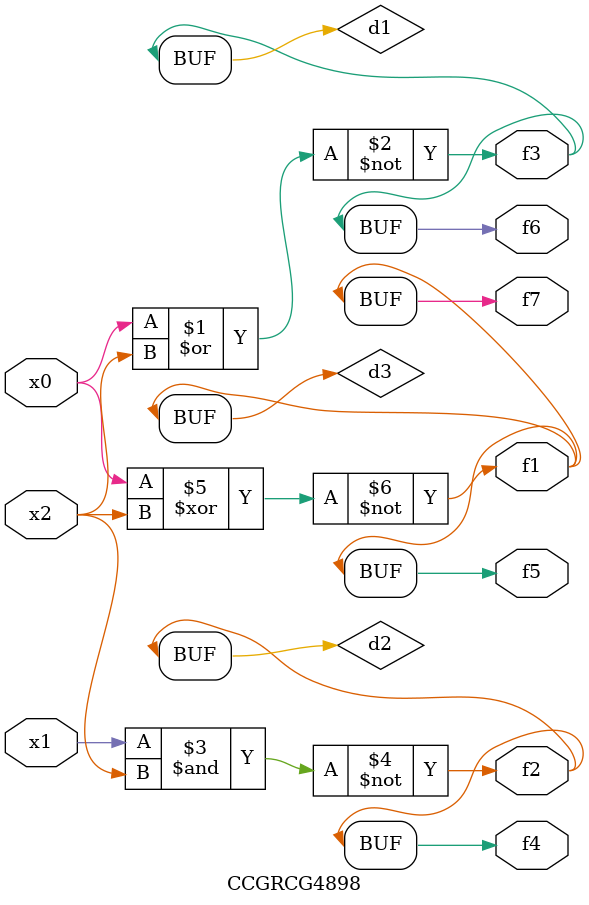
<source format=v>
module CCGRCG4898(
	input x0, x1, x2,
	output f1, f2, f3, f4, f5, f6, f7
);

	wire d1, d2, d3;

	nor (d1, x0, x2);
	nand (d2, x1, x2);
	xnor (d3, x0, x2);
	assign f1 = d3;
	assign f2 = d2;
	assign f3 = d1;
	assign f4 = d2;
	assign f5 = d3;
	assign f6 = d1;
	assign f7 = d3;
endmodule

</source>
